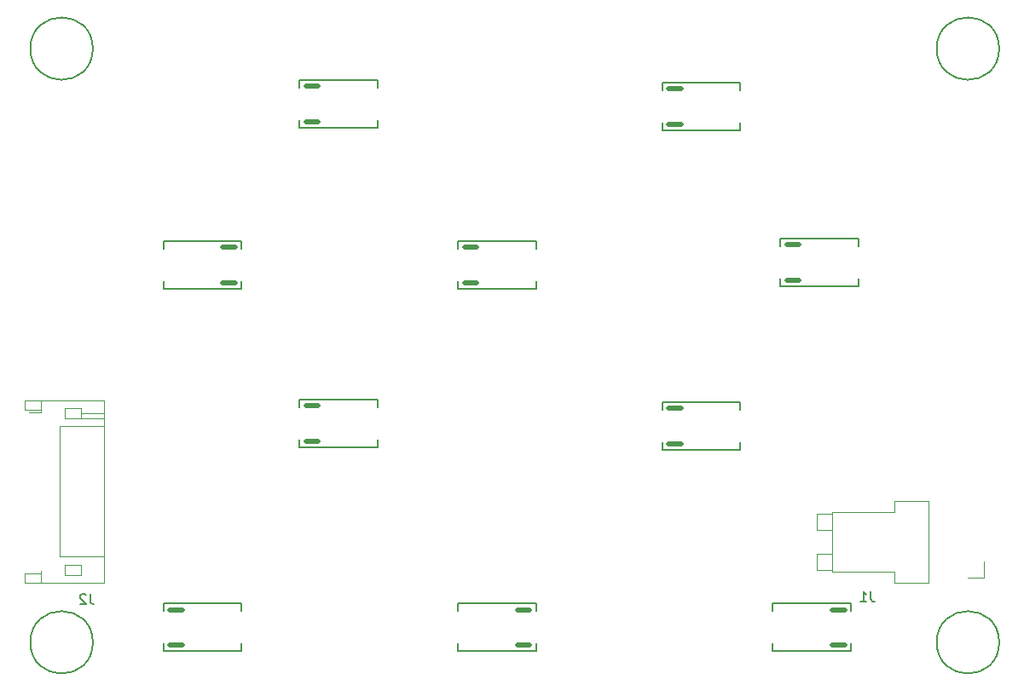
<source format=gbr>
%TF.GenerationSoftware,KiCad,Pcbnew,9.0.4*%
%TF.CreationDate,2025-10-23T14:40:02-04:00*%
%TF.ProjectId,display,64697370-6c61-4792-9e6b-696361645f70,0.1.0*%
%TF.SameCoordinates,Original*%
%TF.FileFunction,Legend,Bot*%
%TF.FilePolarity,Positive*%
%FSLAX46Y46*%
G04 Gerber Fmt 4.6, Leading zero omitted, Abs format (unit mm)*
G04 Created by KiCad (PCBNEW 9.0.4) date 2025-10-23 14:40:02*
%MOMM*%
%LPD*%
G01*
G04 APERTURE LIST*
%ADD10C,0.200000*%
%ADD11C,0.150000*%
%ADD12C,0.152400*%
%ADD13C,0.500000*%
%ADD14C,0.120000*%
G04 APERTURE END LIST*
D10*
X14100000Y-75000000D02*
G75*
G02*
X7900000Y-75000000I-3100000J0D01*
G01*
X7900000Y-75000000D02*
G75*
G02*
X14100000Y-75000000I3100000J0D01*
G01*
X104100000Y-75000000D02*
G75*
G02*
X97900000Y-75000000I-3100000J0D01*
G01*
X97900000Y-75000000D02*
G75*
G02*
X104100000Y-75000000I3100000J0D01*
G01*
X104100000Y-16000000D02*
G75*
G02*
X97900000Y-16000000I-3100000J0D01*
G01*
X97900000Y-16000000D02*
G75*
G02*
X104100000Y-16000000I3100000J0D01*
G01*
X14100000Y-16000000D02*
G75*
G02*
X7900000Y-16000000I-3100000J0D01*
G01*
X7900000Y-16000000D02*
G75*
G02*
X14100000Y-16000000I3100000J0D01*
G01*
D11*
X91333333Y-69954819D02*
X91333333Y-70669104D01*
X91333333Y-70669104D02*
X91380952Y-70811961D01*
X91380952Y-70811961D02*
X91476190Y-70907200D01*
X91476190Y-70907200D02*
X91619047Y-70954819D01*
X91619047Y-70954819D02*
X91714285Y-70954819D01*
X90333333Y-70954819D02*
X90904761Y-70954819D01*
X90619047Y-70954819D02*
X90619047Y-69954819D01*
X90619047Y-69954819D02*
X90714285Y-70097676D01*
X90714285Y-70097676D02*
X90809523Y-70192914D01*
X90809523Y-70192914D02*
X90904761Y-70240533D01*
X13833333Y-70204819D02*
X13833333Y-70919104D01*
X13833333Y-70919104D02*
X13880952Y-71061961D01*
X13880952Y-71061961D02*
X13976190Y-71157200D01*
X13976190Y-71157200D02*
X14119047Y-71204819D01*
X14119047Y-71204819D02*
X14214285Y-71204819D01*
X13404761Y-70300057D02*
X13357142Y-70252438D01*
X13357142Y-70252438D02*
X13261904Y-70204819D01*
X13261904Y-70204819D02*
X13023809Y-70204819D01*
X13023809Y-70204819D02*
X12928571Y-70252438D01*
X12928571Y-70252438D02*
X12880952Y-70300057D01*
X12880952Y-70300057D02*
X12833333Y-70395295D01*
X12833333Y-70395295D02*
X12833333Y-70490533D01*
X12833333Y-70490533D02*
X12880952Y-70633390D01*
X12880952Y-70633390D02*
X13452380Y-71204819D01*
X13452380Y-71204819D02*
X12833333Y-71204819D01*
D12*
%TO.C,C88*%
X82376500Y-34875100D02*
X90123500Y-34875100D01*
X82376500Y-35621860D02*
X82376500Y-34875100D01*
X82376500Y-39624900D02*
X82376500Y-38878140D01*
D13*
X83000000Y-35500000D02*
X84250000Y-35500000D01*
X83000000Y-39000000D02*
X84250000Y-39000000D01*
D12*
X90123500Y-34875100D02*
X90123500Y-35621860D01*
X90123500Y-38878140D02*
X90123500Y-39624900D01*
X90123500Y-39624900D02*
X82376500Y-39624900D01*
D14*
%TO.C,J1*%
X85990000Y-62220000D02*
X87490000Y-62220000D01*
X85990000Y-63860000D02*
X85990000Y-62220000D01*
X85990000Y-66180000D02*
X87490000Y-66180000D01*
X85990000Y-67820000D02*
X85990000Y-66180000D01*
X87490000Y-62030000D02*
X87490000Y-68010000D01*
X87490000Y-63860000D02*
X85990000Y-63860000D01*
X87490000Y-67820000D02*
X85990000Y-67820000D01*
X87490000Y-68010000D02*
X93690000Y-68010000D01*
X93690000Y-60980000D02*
X93690000Y-62030000D01*
X93690000Y-62030000D02*
X87490000Y-62030000D01*
X93690000Y-68010000D02*
X93690000Y-69060000D01*
X93690000Y-69060000D02*
X97110000Y-69060000D01*
X97110000Y-60980000D02*
X93690000Y-60980000D01*
X97110000Y-69060000D02*
X97110000Y-60980000D01*
X102610000Y-67000000D02*
X102610000Y-68610000D01*
X102610000Y-68610000D02*
X101000000Y-68610000D01*
D12*
%TO.C,C86*%
X34626500Y-50875100D02*
X42373500Y-50875100D01*
X34626500Y-51621860D02*
X34626500Y-50875100D01*
X34626500Y-55624900D02*
X34626500Y-54878140D01*
D13*
X35250000Y-51500000D02*
X36500000Y-51500000D01*
X35250000Y-55000000D02*
X36500000Y-55000000D01*
D12*
X42373500Y-50875100D02*
X42373500Y-51621860D01*
X42373500Y-54878140D02*
X42373500Y-55624900D01*
X42373500Y-55624900D02*
X34626500Y-55624900D01*
%TO.C,C85*%
X34626500Y-19125100D02*
X42373500Y-19125100D01*
X34626500Y-19871860D02*
X34626500Y-19125100D01*
X34626500Y-23874900D02*
X34626500Y-23128140D01*
D13*
X35250000Y-19750000D02*
X36500000Y-19750000D01*
X35250000Y-23250000D02*
X36500000Y-23250000D01*
D12*
X42373500Y-19125100D02*
X42373500Y-19871860D01*
X42373500Y-23128140D02*
X42373500Y-23874900D01*
X42373500Y-23874900D02*
X34626500Y-23874900D01*
%TO.C,C90*%
X70626500Y-19375100D02*
X78373500Y-19375100D01*
X70626500Y-20121860D02*
X70626500Y-19375100D01*
X70626500Y-24124900D02*
X70626500Y-23378140D01*
D13*
X71250000Y-20000000D02*
X72500000Y-20000000D01*
X71250000Y-23500000D02*
X72500000Y-23500000D01*
D12*
X78373500Y-19375100D02*
X78373500Y-20121860D01*
X78373500Y-23378140D02*
X78373500Y-24124900D01*
X78373500Y-24124900D02*
X70626500Y-24124900D01*
%TO.C,C87*%
X50376500Y-35125100D02*
X58123500Y-35125100D01*
X50376500Y-35871860D02*
X50376500Y-35125100D01*
X50376500Y-39874900D02*
X50376500Y-39128140D01*
D13*
X51000000Y-35750000D02*
X52250000Y-35750000D01*
X51000000Y-39250000D02*
X52250000Y-39250000D01*
D12*
X58123500Y-35125100D02*
X58123500Y-35871860D01*
X58123500Y-39128140D02*
X58123500Y-39874900D01*
X58123500Y-39874900D02*
X50376500Y-39874900D01*
%TO.C,C82*%
X50376500Y-71125100D02*
X58123500Y-71125100D01*
X50376500Y-71871860D02*
X50376500Y-71125100D01*
X50376500Y-75874900D02*
X50376500Y-75128140D01*
D13*
X57500000Y-71750000D02*
X56250000Y-71750000D01*
X57500000Y-75250000D02*
X56250000Y-75250000D01*
D12*
X58123500Y-71125100D02*
X58123500Y-71871860D01*
X58123500Y-75128140D02*
X58123500Y-75874900D01*
X58123500Y-75874900D02*
X50376500Y-75874900D01*
%TO.C,C81*%
X81626500Y-71125100D02*
X89373500Y-71125100D01*
X81626500Y-71871860D02*
X81626500Y-71125100D01*
X81626500Y-75874900D02*
X81626500Y-75128140D01*
D13*
X88750000Y-71750000D02*
X87500000Y-71750000D01*
X88750000Y-75250000D02*
X87500000Y-75250000D01*
D12*
X89373500Y-71125100D02*
X89373500Y-71871860D01*
X89373500Y-75128140D02*
X89373500Y-75874900D01*
X89373500Y-75874900D02*
X81626500Y-75874900D01*
%TO.C,C83*%
X70626500Y-51125100D02*
X78373500Y-51125100D01*
X70626500Y-51871860D02*
X70626500Y-51125100D01*
X70626500Y-55874900D02*
X70626500Y-55128140D01*
D13*
X71250000Y-51750000D02*
X72500000Y-51750000D01*
X71250000Y-55250000D02*
X72500000Y-55250000D01*
D12*
X78373500Y-51125100D02*
X78373500Y-51871860D01*
X78373500Y-55128140D02*
X78373500Y-55874900D01*
X78373500Y-55874900D02*
X70626500Y-55874900D01*
D14*
%TO.C,J2*%
X7365000Y-50940000D02*
X15185000Y-50940000D01*
X7365000Y-51860000D02*
X7365000Y-50940000D01*
X7365000Y-68140000D02*
X8965000Y-68140000D01*
X7365000Y-69060000D02*
X7365000Y-68140000D01*
X8965000Y-50940000D02*
X8965000Y-51860000D01*
X8965000Y-51860000D02*
X7365000Y-51860000D01*
X8965000Y-52140000D02*
X7750000Y-52140000D01*
X8965000Y-52140000D02*
X8965000Y-51860000D01*
X8965000Y-68140000D02*
X8965000Y-67860000D01*
X8965000Y-69060000D02*
X8965000Y-68140000D01*
X10825000Y-53500000D02*
X10825000Y-66500000D01*
X10825000Y-66500000D02*
X15185000Y-66500000D01*
X11325000Y-51700000D02*
X12925000Y-51700000D01*
X11325000Y-52700000D02*
X11325000Y-51700000D01*
X11325000Y-67300000D02*
X11325000Y-68300000D01*
X11325000Y-68300000D02*
X12925000Y-68300000D01*
X12925000Y-51700000D02*
X12925000Y-52700000D01*
X12925000Y-52200000D02*
X15185000Y-52200000D01*
X12925000Y-52700000D02*
X11325000Y-52700000D01*
X12925000Y-52700000D02*
X15185000Y-52700000D01*
X12925000Y-67300000D02*
X11325000Y-67300000D01*
X12925000Y-68300000D02*
X12925000Y-67300000D01*
X15185000Y-50940000D02*
X15185000Y-69060000D01*
X15185000Y-53500000D02*
X10825000Y-53500000D01*
X15185000Y-69060000D02*
X7365000Y-69060000D01*
D12*
%TO.C,C89*%
X21126500Y-35125100D02*
X28873500Y-35125100D01*
X21126500Y-35871860D02*
X21126500Y-35125100D01*
X21126500Y-39874900D02*
X21126500Y-39128140D01*
D13*
X28250000Y-35750000D02*
X27000000Y-35750000D01*
X28250000Y-39250000D02*
X27000000Y-39250000D01*
D12*
X28873500Y-35125100D02*
X28873500Y-35871860D01*
X28873500Y-39128140D02*
X28873500Y-39874900D01*
X28873500Y-39874900D02*
X21126500Y-39874900D01*
%TO.C,C84*%
X21126500Y-71125100D02*
X28873500Y-71125100D01*
X21126500Y-71871860D02*
X21126500Y-71125100D01*
X21126500Y-75874900D02*
X21126500Y-75128140D01*
D13*
X21750000Y-71750000D02*
X23000000Y-71750000D01*
X21750000Y-75250000D02*
X23000000Y-75250000D01*
D12*
X28873500Y-71125100D02*
X28873500Y-71871860D01*
X28873500Y-75128140D02*
X28873500Y-75874900D01*
X28873500Y-75874900D02*
X21126500Y-75874900D01*
%TD*%
%LPC*%
G36*
X23376242Y-72169493D02*
G01*
X23388570Y-72177730D01*
X23396807Y-72190058D01*
X23399700Y-72204600D01*
X23399700Y-74795400D01*
X23396807Y-74809942D01*
X23388570Y-74822270D01*
X23376242Y-74830507D01*
X23361700Y-74833400D01*
X21101100Y-74833400D01*
X21086558Y-74830507D01*
X21074230Y-74822270D01*
X21065993Y-74809942D01*
X21063100Y-74795400D01*
X21063100Y-72204600D01*
X21065993Y-72190058D01*
X21074230Y-72177730D01*
X21086558Y-72169493D01*
X21101100Y-72166600D01*
X23361700Y-72166600D01*
X23376242Y-72169493D01*
G37*
G36*
X28913442Y-72169493D02*
G01*
X28925770Y-72177730D01*
X28934007Y-72190058D01*
X28936900Y-72204600D01*
X28936900Y-74795400D01*
X28934007Y-74809942D01*
X28925770Y-74822270D01*
X28913442Y-74830507D01*
X28898900Y-74833400D01*
X26638300Y-74833400D01*
X26623758Y-74830507D01*
X26611430Y-74822270D01*
X26603193Y-74809942D01*
X26600300Y-74795400D01*
X26600300Y-72204600D01*
X26603193Y-72190058D01*
X26611430Y-72177730D01*
X26623758Y-72169493D01*
X26638300Y-72166600D01*
X28898900Y-72166600D01*
X28913442Y-72169493D01*
G37*
G36*
X52626242Y-72169493D02*
G01*
X52638570Y-72177730D01*
X52646807Y-72190058D01*
X52649700Y-72204600D01*
X52649700Y-74795400D01*
X52646807Y-74809942D01*
X52638570Y-74822270D01*
X52626242Y-74830507D01*
X52611700Y-74833400D01*
X50351100Y-74833400D01*
X50336558Y-74830507D01*
X50324230Y-74822270D01*
X50315993Y-74809942D01*
X50313100Y-74795400D01*
X50313100Y-72204600D01*
X50315993Y-72190058D01*
X50324230Y-72177730D01*
X50336558Y-72169493D01*
X50351100Y-72166600D01*
X52611700Y-72166600D01*
X52626242Y-72169493D01*
G37*
G36*
X58163442Y-72169493D02*
G01*
X58175770Y-72177730D01*
X58184007Y-72190058D01*
X58186900Y-72204600D01*
X58186900Y-74795400D01*
X58184007Y-74809942D01*
X58175770Y-74822270D01*
X58163442Y-74830507D01*
X58148900Y-74833400D01*
X55888300Y-74833400D01*
X55873758Y-74830507D01*
X55861430Y-74822270D01*
X55853193Y-74809942D01*
X55850300Y-74795400D01*
X55850300Y-72204600D01*
X55853193Y-72190058D01*
X55861430Y-72177730D01*
X55873758Y-72169493D01*
X55888300Y-72166600D01*
X58148900Y-72166600D01*
X58163442Y-72169493D01*
G37*
G36*
X83876242Y-72169493D02*
G01*
X83888570Y-72177730D01*
X83896807Y-72190058D01*
X83899700Y-72204600D01*
X83899700Y-74795400D01*
X83896807Y-74809942D01*
X83888570Y-74822270D01*
X83876242Y-74830507D01*
X83861700Y-74833400D01*
X81601100Y-74833400D01*
X81586558Y-74830507D01*
X81574230Y-74822270D01*
X81565993Y-74809942D01*
X81563100Y-74795400D01*
X81563100Y-72204600D01*
X81565993Y-72190058D01*
X81574230Y-72177730D01*
X81586558Y-72169493D01*
X81601100Y-72166600D01*
X83861700Y-72166600D01*
X83876242Y-72169493D01*
G37*
G36*
X89413442Y-72169493D02*
G01*
X89425770Y-72177730D01*
X89434007Y-72190058D01*
X89436900Y-72204600D01*
X89436900Y-74795400D01*
X89434007Y-74809942D01*
X89425770Y-74822270D01*
X89413442Y-74830507D01*
X89398900Y-74833400D01*
X87138300Y-74833400D01*
X87123758Y-74830507D01*
X87111430Y-74822270D01*
X87103193Y-74809942D01*
X87100300Y-74795400D01*
X87100300Y-72204600D01*
X87103193Y-72190058D01*
X87111430Y-72177730D01*
X87123758Y-72169493D01*
X87138300Y-72166600D01*
X89398900Y-72166600D01*
X89413442Y-72169493D01*
G37*
G36*
X102165937Y-65619650D02*
G01*
X102180862Y-65626240D01*
X102188551Y-65627458D01*
X102220573Y-65643774D01*
X102262759Y-65662401D01*
X102337599Y-65737241D01*
X102356228Y-65779433D01*
X102372541Y-65811448D01*
X102373758Y-65819134D01*
X102380350Y-65834063D01*
X102387999Y-65900002D01*
X102387999Y-65909043D01*
X102388000Y-65909050D01*
X102388000Y-67062482D01*
X102388000Y-68099999D01*
X102380350Y-68165937D01*
X102373758Y-68180866D01*
X102372541Y-68188551D01*
X102356232Y-68220559D01*
X102337599Y-68262759D01*
X102262759Y-68337599D01*
X102220559Y-68356232D01*
X102188551Y-68372541D01*
X102180866Y-68373758D01*
X102165937Y-68380350D01*
X102099998Y-68387999D01*
X102090955Y-68387999D01*
X102090949Y-68388000D01*
X99909051Y-68388000D01*
X99909050Y-68387999D01*
X99900001Y-68388000D01*
X99834063Y-68380350D01*
X99819134Y-68373758D01*
X99811448Y-68372541D01*
X99779433Y-68356228D01*
X99737241Y-68337599D01*
X99662401Y-68262759D01*
X99643774Y-68220573D01*
X99627458Y-68188551D01*
X99626240Y-68180862D01*
X99619650Y-68165937D01*
X99612001Y-68099998D01*
X99612000Y-68090955D01*
X99612000Y-68090949D01*
X99612000Y-65909050D01*
X99612000Y-65909049D01*
X99612000Y-65900001D01*
X99619650Y-65834063D01*
X99626240Y-65819137D01*
X99627458Y-65811448D01*
X99643777Y-65779418D01*
X99662401Y-65737241D01*
X99737241Y-65662401D01*
X99779418Y-65643777D01*
X99811448Y-65627458D01*
X99819137Y-65626240D01*
X99834063Y-65619650D01*
X99900002Y-65612001D01*
X99909044Y-65612000D01*
X99909051Y-65612000D01*
X102090949Y-65612000D01*
X102099999Y-65612000D01*
X102165937Y-65619650D01*
G37*
G36*
X9162535Y-66365072D02*
G01*
X9285202Y-66389472D01*
X9400751Y-66437334D01*
X9504743Y-66506819D01*
X9593181Y-66595257D01*
X9662666Y-66699249D01*
X9710528Y-66814798D01*
X9734928Y-66937465D01*
X9734928Y-67062535D01*
X9710528Y-67185202D01*
X9662666Y-67300751D01*
X9593181Y-67404743D01*
X9504743Y-67493181D01*
X9400751Y-67562666D01*
X9285202Y-67610528D01*
X9162535Y-67634928D01*
X9100000Y-67638000D01*
X9097186Y-67638000D01*
X8552814Y-67638000D01*
X8550000Y-67638000D01*
X8487465Y-67634928D01*
X8364798Y-67610528D01*
X8249249Y-67562666D01*
X8145257Y-67493181D01*
X8056819Y-67404743D01*
X7987334Y-67300751D01*
X7939472Y-67185202D01*
X7915072Y-67062535D01*
X7915072Y-66937465D01*
X7939472Y-66814798D01*
X7987334Y-66699249D01*
X8056819Y-66595257D01*
X8145257Y-66506819D01*
X8249249Y-66437334D01*
X8364798Y-66389472D01*
X8487465Y-66365072D01*
X8550000Y-66362000D01*
X9100000Y-66362000D01*
X9162535Y-66365072D01*
G37*
G36*
X9162535Y-64365072D02*
G01*
X9285202Y-64389472D01*
X9400751Y-64437334D01*
X9504743Y-64506819D01*
X9593181Y-64595257D01*
X9662666Y-64699249D01*
X9710528Y-64814798D01*
X9734928Y-64937465D01*
X9734928Y-65062535D01*
X9710528Y-65185202D01*
X9662666Y-65300751D01*
X9593181Y-65404743D01*
X9504743Y-65493181D01*
X9400751Y-65562666D01*
X9285202Y-65610528D01*
X9162535Y-65634928D01*
X9100000Y-65638000D01*
X9097186Y-65638000D01*
X8552814Y-65638000D01*
X8550000Y-65638000D01*
X8487465Y-65634928D01*
X8364798Y-65610528D01*
X8249249Y-65562666D01*
X8145257Y-65493181D01*
X8056819Y-65404743D01*
X7987334Y-65300751D01*
X7939472Y-65185202D01*
X7915072Y-65062535D01*
X7915072Y-64937465D01*
X7939472Y-64814798D01*
X7987334Y-64699249D01*
X8056819Y-64595257D01*
X8145257Y-64506819D01*
X8249249Y-64437334D01*
X8364798Y-64389472D01*
X8487465Y-64365072D01*
X8550000Y-64362000D01*
X9100000Y-64362000D01*
X9162535Y-64365072D01*
G37*
G36*
X101324022Y-61690351D02*
G01*
X101531165Y-61757655D01*
X101725228Y-61856535D01*
X101901434Y-61984557D01*
X102055443Y-62138566D01*
X102183465Y-62314772D01*
X102282345Y-62508835D01*
X102349649Y-62715978D01*
X102383721Y-62931099D01*
X102383721Y-63148901D01*
X102349649Y-63364022D01*
X102282345Y-63571165D01*
X102183465Y-63765228D01*
X102055443Y-63941434D01*
X101901434Y-64095443D01*
X101725228Y-64223465D01*
X101531165Y-64322345D01*
X101324022Y-64389649D01*
X101108901Y-64423721D01*
X100891099Y-64423721D01*
X100675978Y-64389649D01*
X100468835Y-64322345D01*
X100274772Y-64223465D01*
X100098566Y-64095443D01*
X99944557Y-63941434D01*
X99816535Y-63765228D01*
X99717655Y-63571165D01*
X99650351Y-63364022D01*
X99616279Y-63148901D01*
X99616279Y-62931099D01*
X99650351Y-62715978D01*
X99717655Y-62508835D01*
X99816535Y-62314772D01*
X99944557Y-62138566D01*
X100098566Y-61984557D01*
X100274772Y-61856535D01*
X100468835Y-61757655D01*
X100675978Y-61690351D01*
X100891099Y-61656279D01*
X101108901Y-61656279D01*
X101324022Y-61690351D01*
G37*
G36*
X9162535Y-62365072D02*
G01*
X9285202Y-62389472D01*
X9400751Y-62437334D01*
X9504743Y-62506819D01*
X9593181Y-62595257D01*
X9662666Y-62699249D01*
X9710528Y-62814798D01*
X9734928Y-62937465D01*
X9734928Y-63062535D01*
X9710528Y-63185202D01*
X9662666Y-63300751D01*
X9593181Y-63404743D01*
X9504743Y-63493181D01*
X9400751Y-63562666D01*
X9285202Y-63610528D01*
X9162535Y-63634928D01*
X9100000Y-63638000D01*
X9097186Y-63638000D01*
X8552814Y-63638000D01*
X8550000Y-63638000D01*
X8487465Y-63634928D01*
X8364798Y-63610528D01*
X8249249Y-63562666D01*
X8145257Y-63493181D01*
X8056819Y-63404743D01*
X7987334Y-63300751D01*
X7939472Y-63185202D01*
X7915072Y-63062535D01*
X7915072Y-62937465D01*
X7939472Y-62814798D01*
X7987334Y-62699249D01*
X8056819Y-62595257D01*
X8145257Y-62506819D01*
X8249249Y-62437334D01*
X8364798Y-62389472D01*
X8487465Y-62365072D01*
X8550000Y-62362000D01*
X9100000Y-62362000D01*
X9162535Y-62365072D01*
G37*
G36*
X9162535Y-60365072D02*
G01*
X9285202Y-60389472D01*
X9400751Y-60437334D01*
X9504743Y-60506819D01*
X9593181Y-60595257D01*
X9662666Y-60699249D01*
X9710528Y-60814798D01*
X9734928Y-60937465D01*
X9734928Y-61062535D01*
X9710528Y-61185202D01*
X9662666Y-61300751D01*
X9593181Y-61404743D01*
X9504743Y-61493181D01*
X9400751Y-61562666D01*
X9285202Y-61610528D01*
X9162535Y-61634928D01*
X9100000Y-61638000D01*
X9097186Y-61638000D01*
X8552814Y-61638000D01*
X8550000Y-61638000D01*
X8487465Y-61634928D01*
X8364798Y-61610528D01*
X8249249Y-61562666D01*
X8145257Y-61493181D01*
X8056819Y-61404743D01*
X7987334Y-61300751D01*
X7939472Y-61185202D01*
X7915072Y-61062535D01*
X7915072Y-60937465D01*
X7939472Y-60814798D01*
X7987334Y-60699249D01*
X8056819Y-60595257D01*
X8145257Y-60506819D01*
X8249249Y-60437334D01*
X8364798Y-60389472D01*
X8487465Y-60365072D01*
X8550000Y-60362000D01*
X9100000Y-60362000D01*
X9162535Y-60365072D01*
G37*
G36*
X9162535Y-58365072D02*
G01*
X9285202Y-58389472D01*
X9400751Y-58437334D01*
X9504743Y-58506819D01*
X9593181Y-58595257D01*
X9662666Y-58699249D01*
X9710528Y-58814798D01*
X9734928Y-58937465D01*
X9734928Y-59062535D01*
X9710528Y-59185202D01*
X9662666Y-59300751D01*
X9593181Y-59404743D01*
X9504743Y-59493181D01*
X9400751Y-59562666D01*
X9285202Y-59610528D01*
X9162535Y-59634928D01*
X9100000Y-59638000D01*
X9097186Y-59638000D01*
X8552814Y-59638000D01*
X8550000Y-59638000D01*
X8487465Y-59634928D01*
X8364798Y-59610528D01*
X8249249Y-59562666D01*
X8145257Y-59493181D01*
X8056819Y-59404743D01*
X7987334Y-59300751D01*
X7939472Y-59185202D01*
X7915072Y-59062535D01*
X7915072Y-58937465D01*
X7939472Y-58814798D01*
X7987334Y-58699249D01*
X8056819Y-58595257D01*
X8145257Y-58506819D01*
X8249249Y-58437334D01*
X8364798Y-58389472D01*
X8487465Y-58365072D01*
X8550000Y-58362000D01*
X9100000Y-58362000D01*
X9162535Y-58365072D01*
G37*
G36*
X9162535Y-56365072D02*
G01*
X9285202Y-56389472D01*
X9400751Y-56437334D01*
X9504743Y-56506819D01*
X9593181Y-56595257D01*
X9662666Y-56699249D01*
X9710528Y-56814798D01*
X9734928Y-56937465D01*
X9734928Y-57062535D01*
X9710528Y-57185202D01*
X9662666Y-57300751D01*
X9593181Y-57404743D01*
X9504743Y-57493181D01*
X9400751Y-57562666D01*
X9285202Y-57610528D01*
X9162535Y-57634928D01*
X9100000Y-57638000D01*
X9097186Y-57638000D01*
X8552814Y-57638000D01*
X8550000Y-57638000D01*
X8487465Y-57634928D01*
X8364798Y-57610528D01*
X8249249Y-57562666D01*
X8145257Y-57493181D01*
X8056819Y-57404743D01*
X7987334Y-57300751D01*
X7939472Y-57185202D01*
X7915072Y-57062535D01*
X7915072Y-56937465D01*
X7939472Y-56814798D01*
X7987334Y-56699249D01*
X8056819Y-56595257D01*
X8145257Y-56506819D01*
X8249249Y-56437334D01*
X8364798Y-56389472D01*
X8487465Y-56365072D01*
X8550000Y-56362000D01*
X9100000Y-56362000D01*
X9162535Y-56365072D01*
G37*
G36*
X9162535Y-54365072D02*
G01*
X9285202Y-54389472D01*
X9400751Y-54437334D01*
X9504743Y-54506819D01*
X9593181Y-54595257D01*
X9662666Y-54699249D01*
X9710528Y-54814798D01*
X9734928Y-54937465D01*
X9734928Y-55062535D01*
X9710528Y-55185202D01*
X9662666Y-55300751D01*
X9593181Y-55404743D01*
X9504743Y-55493181D01*
X9400751Y-55562666D01*
X9285202Y-55610528D01*
X9162535Y-55634928D01*
X9100000Y-55638000D01*
X9097186Y-55638000D01*
X8552814Y-55638000D01*
X8550000Y-55638000D01*
X8487465Y-55634928D01*
X8364798Y-55610528D01*
X8249249Y-55562666D01*
X8145257Y-55493181D01*
X8056819Y-55404743D01*
X7987334Y-55300751D01*
X7939472Y-55185202D01*
X7915072Y-55062535D01*
X7915072Y-54937465D01*
X7939472Y-54814798D01*
X7987334Y-54699249D01*
X8056819Y-54595257D01*
X8145257Y-54506819D01*
X8249249Y-54437334D01*
X8364798Y-54389472D01*
X8487465Y-54365072D01*
X8550000Y-54362000D01*
X9100000Y-54362000D01*
X9162535Y-54365072D01*
G37*
G36*
X72876242Y-52169493D02*
G01*
X72888570Y-52177730D01*
X72896807Y-52190058D01*
X72899700Y-52204600D01*
X72899700Y-54795400D01*
X72896807Y-54809942D01*
X72888570Y-54822270D01*
X72876242Y-54830507D01*
X72861700Y-54833400D01*
X70601100Y-54833400D01*
X70586558Y-54830507D01*
X70574230Y-54822270D01*
X70565993Y-54809942D01*
X70563100Y-54795400D01*
X70563100Y-52204600D01*
X70565993Y-52190058D01*
X70574230Y-52177730D01*
X70586558Y-52169493D01*
X70601100Y-52166600D01*
X72861700Y-52166600D01*
X72876242Y-52169493D01*
G37*
G36*
X78413442Y-52169493D02*
G01*
X78425770Y-52177730D01*
X78434007Y-52190058D01*
X78436900Y-52204600D01*
X78436900Y-54795400D01*
X78434007Y-54809942D01*
X78425770Y-54822270D01*
X78413442Y-54830507D01*
X78398900Y-54833400D01*
X76138300Y-54833400D01*
X76123758Y-54830507D01*
X76111430Y-54822270D01*
X76103193Y-54809942D01*
X76100300Y-54795400D01*
X76100300Y-52204600D01*
X76103193Y-52190058D01*
X76111430Y-52177730D01*
X76123758Y-52169493D01*
X76138300Y-52166600D01*
X78398900Y-52166600D01*
X78413442Y-52169493D01*
G37*
G36*
X36876242Y-51919493D02*
G01*
X36888570Y-51927730D01*
X36896807Y-51940058D01*
X36899700Y-51954600D01*
X36899700Y-54545400D01*
X36896807Y-54559942D01*
X36888570Y-54572270D01*
X36876242Y-54580507D01*
X36861700Y-54583400D01*
X34601100Y-54583400D01*
X34586558Y-54580507D01*
X34574230Y-54572270D01*
X34565993Y-54559942D01*
X34563100Y-54545400D01*
X34563100Y-51954600D01*
X34565993Y-51940058D01*
X34574230Y-51927730D01*
X34586558Y-51919493D01*
X34601100Y-51916600D01*
X36861700Y-51916600D01*
X36876242Y-51919493D01*
G37*
G36*
X42413442Y-51919493D02*
G01*
X42425770Y-51927730D01*
X42434007Y-51940058D01*
X42436900Y-51954600D01*
X42436900Y-54545400D01*
X42434007Y-54559942D01*
X42425770Y-54572270D01*
X42413442Y-54580507D01*
X42398900Y-54583400D01*
X40138300Y-54583400D01*
X40123758Y-54580507D01*
X40111430Y-54572270D01*
X40103193Y-54559942D01*
X40100300Y-54545400D01*
X40100300Y-51954600D01*
X40103193Y-51940058D01*
X40111430Y-51927730D01*
X40123758Y-51919493D01*
X40138300Y-51916600D01*
X42398900Y-51916600D01*
X42413442Y-51919493D01*
G37*
G36*
X9515938Y-52369650D02*
G01*
X9530863Y-52376240D01*
X9538552Y-52377458D01*
X9570578Y-52393776D01*
X9612759Y-52412401D01*
X9687599Y-52487241D01*
X9706226Y-52529428D01*
X9722541Y-52561447D01*
X9723758Y-52569133D01*
X9730350Y-52584062D01*
X9738000Y-52650000D01*
X9738000Y-53350000D01*
X9730350Y-53415938D01*
X9723758Y-53430867D01*
X9722541Y-53438552D01*
X9706230Y-53470563D01*
X9687599Y-53512759D01*
X9612759Y-53587599D01*
X9570563Y-53606230D01*
X9538552Y-53622541D01*
X9530867Y-53623758D01*
X9515938Y-53630350D01*
X9450000Y-53638000D01*
X8200000Y-53638000D01*
X8134062Y-53630350D01*
X8119133Y-53623758D01*
X8111447Y-53622541D01*
X8079428Y-53606226D01*
X8037241Y-53587599D01*
X7962401Y-53512759D01*
X7943776Y-53470578D01*
X7927458Y-53438552D01*
X7926240Y-53430863D01*
X7919650Y-53415938D01*
X7912000Y-53350000D01*
X7912000Y-52650000D01*
X7919650Y-52584062D01*
X7926240Y-52569137D01*
X7927458Y-52561447D01*
X7943779Y-52529414D01*
X7962401Y-52487241D01*
X8037241Y-52412401D01*
X8079414Y-52393779D01*
X8111447Y-52377458D01*
X8119137Y-52376240D01*
X8134062Y-52369650D01*
X8200000Y-52362000D01*
X9450000Y-52362000D01*
X9515938Y-52369650D01*
G37*
G36*
X23376242Y-36169493D02*
G01*
X23388570Y-36177730D01*
X23396807Y-36190058D01*
X23399700Y-36204600D01*
X23399700Y-38795400D01*
X23396807Y-38809942D01*
X23388570Y-38822270D01*
X23376242Y-38830507D01*
X23361700Y-38833400D01*
X21101100Y-38833400D01*
X21086558Y-38830507D01*
X21074230Y-38822270D01*
X21065993Y-38809942D01*
X21063100Y-38795400D01*
X21063100Y-36204600D01*
X21065993Y-36190058D01*
X21074230Y-36177730D01*
X21086558Y-36169493D01*
X21101100Y-36166600D01*
X23361700Y-36166600D01*
X23376242Y-36169493D01*
G37*
G36*
X28913442Y-36169493D02*
G01*
X28925770Y-36177730D01*
X28934007Y-36190058D01*
X28936900Y-36204600D01*
X28936900Y-38795400D01*
X28934007Y-38809942D01*
X28925770Y-38822270D01*
X28913442Y-38830507D01*
X28898900Y-38833400D01*
X26638300Y-38833400D01*
X26623758Y-38830507D01*
X26611430Y-38822270D01*
X26603193Y-38809942D01*
X26600300Y-38795400D01*
X26600300Y-36204600D01*
X26603193Y-36190058D01*
X26611430Y-36177730D01*
X26623758Y-36169493D01*
X26638300Y-36166600D01*
X28898900Y-36166600D01*
X28913442Y-36169493D01*
G37*
G36*
X52626242Y-36169493D02*
G01*
X52638570Y-36177730D01*
X52646807Y-36190058D01*
X52649700Y-36204600D01*
X52649700Y-38795400D01*
X52646807Y-38809942D01*
X52638570Y-38822270D01*
X52626242Y-38830507D01*
X52611700Y-38833400D01*
X50351100Y-38833400D01*
X50336558Y-38830507D01*
X50324230Y-38822270D01*
X50315993Y-38809942D01*
X50313100Y-38795400D01*
X50313100Y-36204600D01*
X50315993Y-36190058D01*
X50324230Y-36177730D01*
X50336558Y-36169493D01*
X50351100Y-36166600D01*
X52611700Y-36166600D01*
X52626242Y-36169493D01*
G37*
G36*
X58163442Y-36169493D02*
G01*
X58175770Y-36177730D01*
X58184007Y-36190058D01*
X58186900Y-36204600D01*
X58186900Y-38795400D01*
X58184007Y-38809942D01*
X58175770Y-38822270D01*
X58163442Y-38830507D01*
X58148900Y-38833400D01*
X55888300Y-38833400D01*
X55873758Y-38830507D01*
X55861430Y-38822270D01*
X55853193Y-38809942D01*
X55850300Y-38795400D01*
X55850300Y-36204600D01*
X55853193Y-36190058D01*
X55861430Y-36177730D01*
X55873758Y-36169493D01*
X55888300Y-36166600D01*
X58148900Y-36166600D01*
X58163442Y-36169493D01*
G37*
G36*
X84626242Y-35919493D02*
G01*
X84638570Y-35927730D01*
X84646807Y-35940058D01*
X84649700Y-35954600D01*
X84649700Y-38545400D01*
X84646807Y-38559942D01*
X84638570Y-38572270D01*
X84626242Y-38580507D01*
X84611700Y-38583400D01*
X82351100Y-38583400D01*
X82336558Y-38580507D01*
X82324230Y-38572270D01*
X82315993Y-38559942D01*
X82313100Y-38545400D01*
X82313100Y-35954600D01*
X82315993Y-35940058D01*
X82324230Y-35927730D01*
X82336558Y-35919493D01*
X82351100Y-35916600D01*
X84611700Y-35916600D01*
X84626242Y-35919493D01*
G37*
G36*
X90163442Y-35919493D02*
G01*
X90175770Y-35927730D01*
X90184007Y-35940058D01*
X90186900Y-35954600D01*
X90186900Y-38545400D01*
X90184007Y-38559942D01*
X90175770Y-38572270D01*
X90163442Y-38580507D01*
X90148900Y-38583400D01*
X87888300Y-38583400D01*
X87873758Y-38580507D01*
X87861430Y-38572270D01*
X87853193Y-38559942D01*
X87850300Y-38545400D01*
X87850300Y-35954600D01*
X87853193Y-35940058D01*
X87861430Y-35927730D01*
X87873758Y-35919493D01*
X87888300Y-35916600D01*
X90148900Y-35916600D01*
X90163442Y-35919493D01*
G37*
G36*
X72876242Y-20419493D02*
G01*
X72888570Y-20427730D01*
X72896807Y-20440058D01*
X72899700Y-20454600D01*
X72899700Y-23045400D01*
X72896807Y-23059942D01*
X72888570Y-23072270D01*
X72876242Y-23080507D01*
X72861700Y-23083400D01*
X70601100Y-23083400D01*
X70586558Y-23080507D01*
X70574230Y-23072270D01*
X70565993Y-23059942D01*
X70563100Y-23045400D01*
X70563100Y-20454600D01*
X70565993Y-20440058D01*
X70574230Y-20427730D01*
X70586558Y-20419493D01*
X70601100Y-20416600D01*
X72861700Y-20416600D01*
X72876242Y-20419493D01*
G37*
G36*
X78413442Y-20419493D02*
G01*
X78425770Y-20427730D01*
X78434007Y-20440058D01*
X78436900Y-20454600D01*
X78436900Y-23045400D01*
X78434007Y-23059942D01*
X78425770Y-23072270D01*
X78413442Y-23080507D01*
X78398900Y-23083400D01*
X76138300Y-23083400D01*
X76123758Y-23080507D01*
X76111430Y-23072270D01*
X76103193Y-23059942D01*
X76100300Y-23045400D01*
X76100300Y-20454600D01*
X76103193Y-20440058D01*
X76111430Y-20427730D01*
X76123758Y-20419493D01*
X76138300Y-20416600D01*
X78398900Y-20416600D01*
X78413442Y-20419493D01*
G37*
G36*
X36876242Y-20169493D02*
G01*
X36888570Y-20177730D01*
X36896807Y-20190058D01*
X36899700Y-20204600D01*
X36899700Y-22795400D01*
X36896807Y-22809942D01*
X36888570Y-22822270D01*
X36876242Y-22830507D01*
X36861700Y-22833400D01*
X34601100Y-22833400D01*
X34586558Y-22830507D01*
X34574230Y-22822270D01*
X34565993Y-22809942D01*
X34563100Y-22795400D01*
X34563100Y-20204600D01*
X34565993Y-20190058D01*
X34574230Y-20177730D01*
X34586558Y-20169493D01*
X34601100Y-20166600D01*
X36861700Y-20166600D01*
X36876242Y-20169493D01*
G37*
G36*
X42413442Y-20169493D02*
G01*
X42425770Y-20177730D01*
X42434007Y-20190058D01*
X42436900Y-20204600D01*
X42436900Y-22795400D01*
X42434007Y-22809942D01*
X42425770Y-22822270D01*
X42413442Y-22830507D01*
X42398900Y-22833400D01*
X40138300Y-22833400D01*
X40123758Y-22830507D01*
X40111430Y-22822270D01*
X40103193Y-22809942D01*
X40100300Y-22795400D01*
X40100300Y-20204600D01*
X40103193Y-20190058D01*
X40111430Y-20177730D01*
X40123758Y-20169493D01*
X40138300Y-20166600D01*
X42398900Y-20166600D01*
X42413442Y-20169493D01*
G37*
%LPD*%
M02*

</source>
